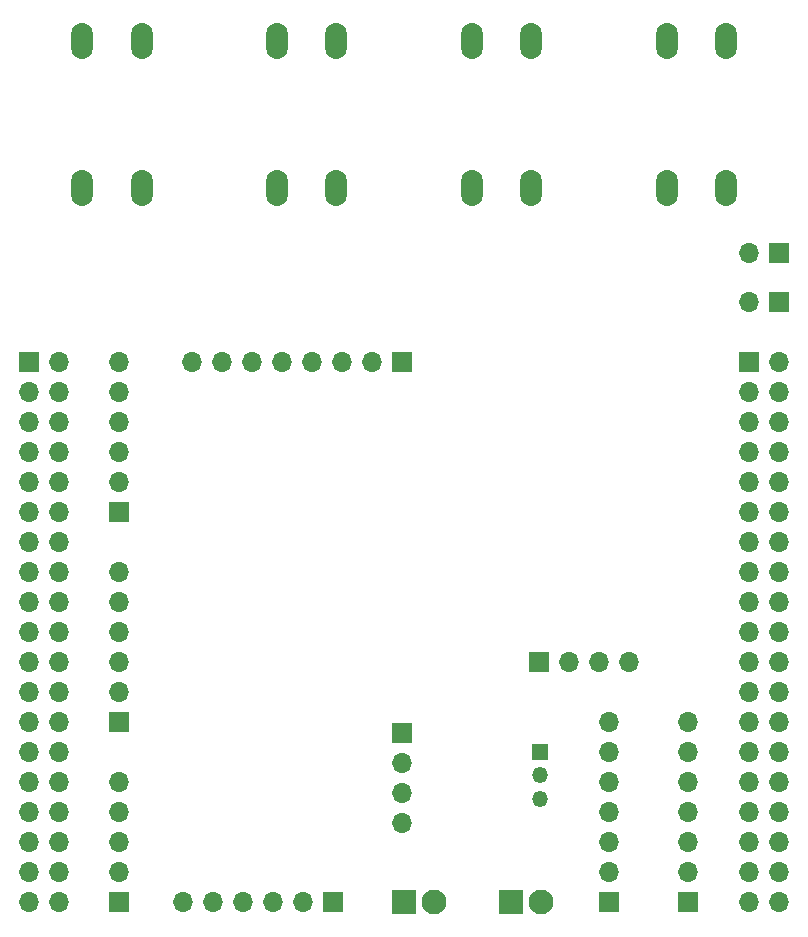
<source format=gbr>
%TF.GenerationSoftware,KiCad,Pcbnew,(5.1.10)-1*%
%TF.CreationDate,2024-07-04T18:25:42+02:00*%
%TF.ProjectId,ApiaryWaterDispensingSystem,41706961-7279-4576-9174-657244697370,rev?*%
%TF.SameCoordinates,Original*%
%TF.FileFunction,Soldermask,Top*%
%TF.FilePolarity,Negative*%
%FSLAX46Y46*%
G04 Gerber Fmt 4.6, Leading zero omitted, Abs format (unit mm)*
G04 Created by KiCad (PCBNEW (5.1.10)-1) date 2024-07-04 18:25:42*
%MOMM*%
%LPD*%
G01*
G04 APERTURE LIST*
%ADD10O,1.700000X1.700000*%
%ADD11R,1.700000X1.700000*%
%ADD12O,1.350000X1.350000*%
%ADD13R,1.350000X1.350000*%
%ADD14O,1.850000X3.048000*%
%ADD15C,2.100000*%
%ADD16R,2.100000X2.100000*%
G04 APERTURE END LIST*
D10*
%TO.C,J4*%
X104000000Y-87100000D03*
X101460000Y-87100000D03*
X98920000Y-87100000D03*
D11*
X96380000Y-87100000D03*
%TD*%
D10*
%TO.C,J9*%
X102328280Y-94720860D03*
X102328280Y-99800860D03*
X102328280Y-97260860D03*
X102328280Y-92180860D03*
D11*
X102328280Y-107420860D03*
D10*
X102328280Y-102340860D03*
X102328280Y-104880860D03*
X109000000Y-92180000D03*
X109000000Y-94720000D03*
X109000000Y-97260000D03*
X109000000Y-99800000D03*
X109000000Y-102340000D03*
X109000000Y-104880000D03*
D11*
X109000000Y-107420000D03*
%TD*%
D10*
%TO.C,J15*%
X67000000Y-61740000D03*
X69540000Y-61740000D03*
X72080000Y-61740000D03*
X74620000Y-61740000D03*
X77160000Y-61740000D03*
X79700000Y-61740000D03*
X82240000Y-61740000D03*
D11*
X84780000Y-61740000D03*
%TD*%
D10*
%TO.C,J7*%
X55790000Y-107460000D03*
X53250000Y-107460000D03*
X55790000Y-104920000D03*
X53250000Y-104920000D03*
X55790000Y-102380000D03*
X53250000Y-102380000D03*
X55790000Y-99840000D03*
X53250000Y-99840000D03*
X55790000Y-97300000D03*
X53250000Y-97300000D03*
X55790000Y-94760000D03*
X53250000Y-94760000D03*
X55790000Y-92220000D03*
X53250000Y-92220000D03*
X55790000Y-89680000D03*
X53250000Y-89680000D03*
X55790000Y-87140000D03*
X53250000Y-87140000D03*
X55790000Y-84600000D03*
X53250000Y-84600000D03*
X55790000Y-82060000D03*
X53250000Y-82060000D03*
X55790000Y-79520000D03*
X53250000Y-79520000D03*
X55790000Y-76980000D03*
X53250000Y-76980000D03*
X55790000Y-74440000D03*
X53250000Y-74440000D03*
X55790000Y-71900000D03*
X53250000Y-71900000D03*
X55790000Y-69360000D03*
X53250000Y-69360000D03*
X55790000Y-66820000D03*
X53250000Y-66820000D03*
X55790000Y-64280000D03*
X53250000Y-64280000D03*
X55790000Y-61740000D03*
D11*
X53250000Y-61740000D03*
%TD*%
D10*
%TO.C,J1*%
X66300000Y-107420000D03*
X68840000Y-107420000D03*
X71380000Y-107420000D03*
X73920000Y-107420000D03*
X76460000Y-107420000D03*
D11*
X79000000Y-107420000D03*
%TD*%
D12*
%TO.C,J13*%
X96500000Y-98720000D03*
X96500000Y-96720000D03*
D13*
X96500000Y-94720000D03*
%TD*%
D10*
%TO.C,J3*%
X84800000Y-100720000D03*
X84800000Y-98180000D03*
X84800000Y-95640000D03*
D11*
X84800000Y-93100000D03*
%TD*%
D10*
%TO.C,J2*%
X60870000Y-97300000D03*
X60870000Y-99840000D03*
X60870000Y-102380000D03*
X60870000Y-104920000D03*
D11*
X60870000Y-107460000D03*
%TD*%
D10*
%TO.C,J6*%
X60870000Y-79520000D03*
X60870000Y-82060000D03*
X60870000Y-84600000D03*
X60870000Y-87140000D03*
X60870000Y-89680000D03*
D11*
X60870000Y-92220000D03*
%TD*%
D10*
%TO.C,J5*%
X60870000Y-61740000D03*
X60870000Y-64280000D03*
X60870000Y-66820000D03*
X60870000Y-69360000D03*
X60870000Y-71900000D03*
D11*
X60870000Y-74440000D03*
%TD*%
D10*
%TO.C,J10*%
X116750000Y-107460000D03*
X114210000Y-107460000D03*
X116750000Y-104920000D03*
X114210000Y-104920000D03*
X116750000Y-102380000D03*
X114210000Y-102380000D03*
X116750000Y-99840000D03*
X114210000Y-99840000D03*
X116750000Y-97300000D03*
X114210000Y-97300000D03*
X116750000Y-94760000D03*
X114210000Y-94760000D03*
X116750000Y-92220000D03*
X114210000Y-92220000D03*
X116750000Y-89680000D03*
X114210000Y-89680000D03*
X116750000Y-87140000D03*
X114210000Y-87140000D03*
X116750000Y-84600000D03*
X114210000Y-84600000D03*
X116750000Y-82060000D03*
X114210000Y-82060000D03*
X116750000Y-79520000D03*
X114210000Y-79520000D03*
X116750000Y-76980000D03*
X114210000Y-76980000D03*
X116750000Y-74440000D03*
X114210000Y-74440000D03*
X116750000Y-71900000D03*
X114210000Y-71900000D03*
X116750000Y-69360000D03*
X114210000Y-69360000D03*
X116750000Y-66820000D03*
X114210000Y-66820000D03*
X116750000Y-64280000D03*
X114210000Y-64280000D03*
X116750000Y-61740000D03*
D11*
X114210000Y-61740000D03*
%TD*%
D14*
%TO.C,SW4*%
X62750000Y-47000000D03*
X57750000Y-47000000D03*
X62750000Y-34500000D03*
X57750000Y-34500000D03*
%TD*%
%TO.C,SW3*%
X79250000Y-47000000D03*
X74250000Y-47000000D03*
X79250000Y-34500000D03*
X74250000Y-34500000D03*
%TD*%
%TO.C,SW2*%
X95750000Y-47000000D03*
X90750000Y-47000000D03*
X95750000Y-34500000D03*
X90750000Y-34500000D03*
%TD*%
%TO.C,SW1*%
X112250000Y-47000000D03*
X107250000Y-47000000D03*
X112250000Y-34500000D03*
X107250000Y-34500000D03*
%TD*%
D10*
%TO.C,J16*%
X114210000Y-52500000D03*
D11*
X116750000Y-52500000D03*
%TD*%
D15*
%TO.C,J14*%
X87540000Y-107460000D03*
D16*
X85000000Y-107460000D03*
%TD*%
D15*
%TO.C,J12*%
X96540000Y-107460000D03*
D16*
X94000000Y-107460000D03*
%TD*%
D10*
%TO.C,J8*%
X114210000Y-56620000D03*
D11*
X116750000Y-56620000D03*
%TD*%
M02*

</source>
